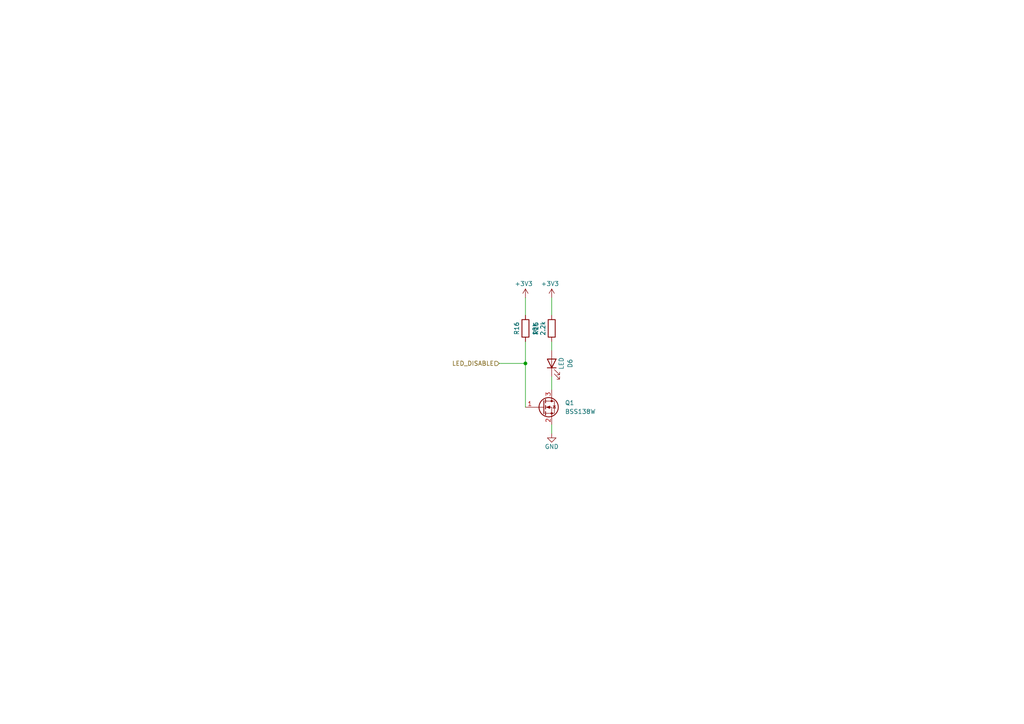
<source format=kicad_sch>
(kicad_sch (version 20250114) (generator "eeschema") (generator_version "9.0")
  (paper "A4")
  (title_block (title "PB2 Bela Mini Proto") (rev "rev 1.0") (company "Augmented Instruments Ltd."))
  (lib_symbols
    (symbol "Device:LED" (pin_numbers (hide yes)) (pin_names (offset 1.016) (hide yes))
      (property "Reference" "D" (at 0 2.54 0))
      (property "Value" "LED" (at 0 -2.54 0))
      (symbol "LED_0_1"
        (polyline (pts (xy -3.048 -0.762) (xy -4.572 -2.286) (xy -3.81 -2.286) (xy -4.572 -2.286) (xy -4.572 -1.524)))
        (polyline (pts (xy -1.778 -0.762) (xy -3.302 -2.286) (xy -2.54 -2.286) (xy -3.302 -2.286) (xy -3.302 -1.524)))
        (polyline (pts (xy -1.27 0) (xy 1.27 0)))
        (polyline (pts (xy -1.27 -1.27) (xy -1.27 1.27)) (stroke (width 0.254)))
        (polyline (pts (xy 1.27 -1.27) (xy 1.27 1.27) (xy -1.27 0) (xy 1.27 -1.27)) (stroke (width 0.254)))
      )
      (symbol "LED_1_1"
        (pin passive line (at -3.81 0 0) (length 2.54) (name "K") (number "1"))
        (pin passive line (at 3.81 0 180) (length 2.54) (name "A") (number "2"))
      )
    )
    (symbol "Device:R" (pin_numbers (hide yes)) (pin_names (offset 0))
      (property "Reference" "R" (at 2.032 0 90))
      (property "Value" "R" (at 0 0 90))
      (symbol "R_0_1"
        (rectangle (start -1.016 -2.54) (end 1.016 2.54) (stroke (width 0.254)))
      )
      (symbol "R_1_1"
        (pin passive line (at 0 3.81 270) (length 1.27) (name "~") (number "1"))
        (pin passive line (at 0 -3.81 90) (length 1.27) (name "~") (number "2"))
      )
    )
    (symbol "Transistor_FET:BSS138" (pin_names (offset 0) (hide yes))
      (property "Reference" "Q" (at 5.08 1.905 0))
      (property "Value" "BSS138" (at 5.08 0 0))
      (symbol "BSS138_0_1"
        (polyline (pts (xy 0.254 1.905) (xy 0.254 -1.905)) (stroke (width 0.254)))
        (polyline (pts (xy 0.254 0) (xy -2.54 0)))
        (polyline (pts (xy 0.762 2.286) (xy 0.762 1.27)) (stroke (width 0.254)))
        (polyline (pts (xy 0.762 0.508) (xy 0.762 -0.508)) (stroke (width 0.254)))
        (polyline (pts (xy 0.762 -1.27) (xy 0.762 -2.286)) (stroke (width 0.254)))
        (polyline (pts (xy 0.762 -1.778) (xy 3.302 -1.778) (xy 3.302 1.778) (xy 0.762 1.778)))
        (polyline (pts (xy 1.016 0) (xy 2.032 0.381) (xy 2.032 -0.381) (xy 1.016 0)) (fill (type outline)))
        (circle (center 1.651 0) (radius 2.794) (stroke (width 0.254)))
        (polyline (pts (xy 2.54 2.54) (xy 2.54 1.778)))
        (circle (center 2.54 1.778) (radius 0.254) (fill (type outline)))
        (circle (center 2.54 -1.778) (radius 0.254) (fill (type outline)))
        (polyline (pts (xy 2.54 -2.54) (xy 2.54 0) (xy 0.762 0)))
        (polyline (pts (xy 2.921 0.381) (xy 3.683 0.381)))
        (polyline (pts (xy 3.302 0.381) (xy 2.921 -0.254) (xy 3.683 -0.254) (xy 3.302 0.381)))
      )
      (symbol "BSS138_1_1"
        (pin input line (at -5.08 0 0) (length 2.54) (name "G") (number "1"))
        (pin passive line (at 2.54 5.08 270) (length 2.54) (name "D") (number "3"))
        (pin passive line (at 2.54 -5.08 90) (length 2.54) (name "S") (number "2"))
      )
    )
    (symbol "power:+3V3" (power) (pin_names (offset 0))
      (property "Value" "+3V3" (at 0 3.556 0))
      (symbol "+3V3_0_1"
        (polyline (pts (xy -0.762 1.27) (xy 0 2.54)))
        (polyline (pts (xy 0 2.54) (xy 0.762 1.27)))
        (polyline (pts (xy 0 0) (xy 0 2.54)))
      )
      (symbol "+3V3_1_1"
        (pin power_in line (at 0 0 90) (length 0) (hide yes) (name "+3V3") (number "1"))
      )
    )
    (symbol "power:GND" (power) (pin_names (offset 0))
      (property "Value" "GND" (at 0 -3.81 0))
      (symbol "GND_0_1"
        (polyline (pts (xy 0 0) (xy 0 -1.27) (xy 1.27 -1.27) (xy 0 -2.54) (xy -1.27 -1.27) (xy 0 -1.27)))
      )
      (symbol "GND_1_1"
        (pin power_in line (at 0 0 270) (length 0) (hide yes) (name "GND") (number "1"))
      )
    )
  )
  (junction (at 152.4 105.41))
  (wire (pts (xy 160.02 125.73) (xy 160.02 123.19)))
  (wire (pts (xy 160.02 99.06) (xy 160.02 101.6)))
  (wire (pts (xy 160.02 86.36) (xy 160.02 91.44)))
  (wire (pts (xy 152.4 99.06) (xy 152.4 105.41)))
  (wire (pts (xy 152.4 86.36) (xy 152.4 91.44)))
  (wire (pts (xy 152.4 105.41) (xy 152.4 118.11)))
  (wire (pts (xy 160.02 109.22) (xy 160.02 113.03)))
  (wire (pts (xy 144.78 105.41) (xy 152.4 105.41)))
  (hierarchical_label "LED_DISABLE" (shape input) (at 144.78 105.41 180))
  (symbol (lib_id "power:+3V3") (at 152.4 86.36 0) (mirror y) (unit 1)
    (property "Reference" "#PWR0203" (effects (hide yes)))
    (property "Value" "+3V3" (at 151.892 82.296 0))
  )
  (symbol (lib_id "Device:R") (at 152.4 95.25 180) (unit 1)
    (property "Reference" "R16" (at 149.86 95.25 90))
    (property "Value" "10k" (at 155.194 95.504 90))
    (property "Footprint" "Resistor_SMD:R_0402_1005Metric" (effects (hide yes)))
  )
  (symbol (lib_id "Device:LED") (at 160.02 105.41 90) (unit 1)
    (property "Reference" "D6" (at 165.354 105.41 0))
    (property "Value" "LED" (at 162.814 105.41 0))
    (property "Footprint" "LED_SMD:LED_0603_1608Metric" (effects (hide yes)))
    (property "Description" "Light emitting diode" (effects (hide yes)))
  )
  (symbol (lib_id "power:+3V3") (at 160.02 86.36 0) (mirror y) (unit 1)
    (property "Reference" "#PWR0206" (effects (hide yes)))
    (property "Value" "+3V3" (at 159.512 82.296 0))
  )
  (symbol (lib_id "Transistor_FET:BSS138") (at 157.48 118.11 0) (unit 1)
    (property "Reference" "Q1" (at 163.83 116.8399 0) (effects (justify left)))
    (property "Value" "BSS138W" (at 163.83 119.3799 0) (effects (justify left)))
    (property "Footprint" "Package_TO_SOT_SMD:SOT-323_SC-70" (effects (hide yes)))
    (property "Datasheet" "https://www.onsemi.com/pub/Collateral/BSS138-D.PDF" (effects (hide yes)))
    (property "Description" "50V Vds, 0.22A Id, N-Channel MOSFET, SOT-23" (effects (hide yes)))
  )
  (symbol (lib_id "Device:R") (at 160.02 95.25 180) (unit 1)
    (property "Reference" "R15" (at 155.448 95.25 90))
    (property "Value" "2.2k" (at 157.48 95.25 90))
    (property "Footprint" "Resistor_SMD:R_0402_1005Metric" (effects (hide yes)))
  )
  (symbol (lib_id "power:GND") (at 160.02 125.73 0) (unit 1)
    (property "Reference" "#PWR0207" (effects (hide yes)))
    (property "Value" "GND" (at 160.02 129.54 0))
  )
)
</source>
